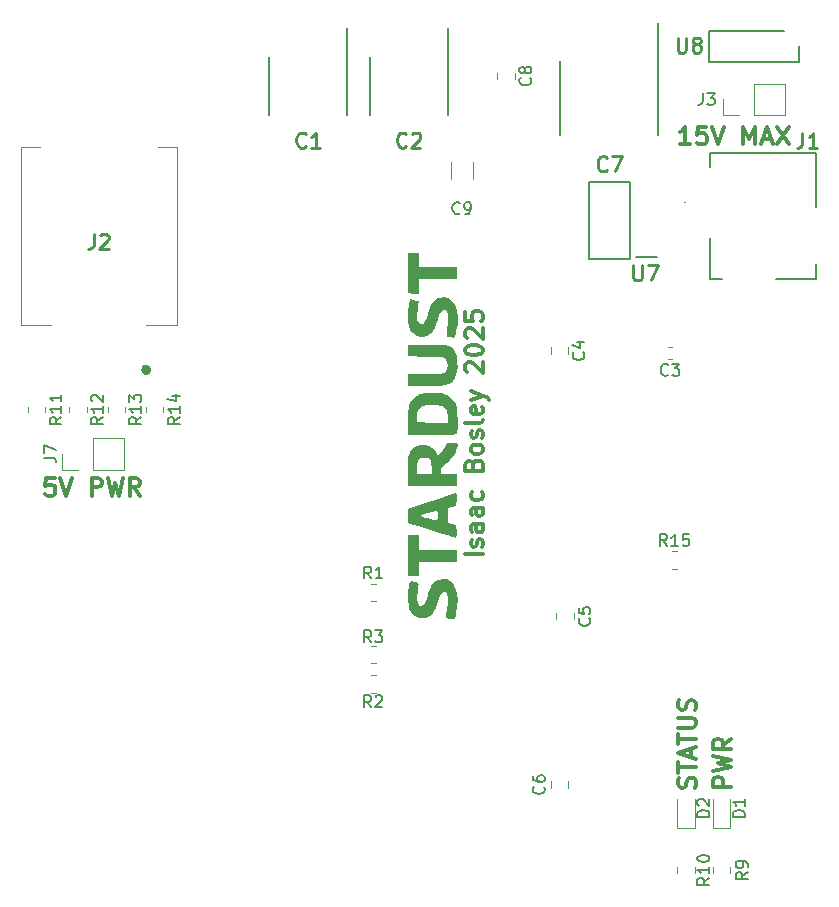
<source format=gbr>
%TF.GenerationSoftware,KiCad,Pcbnew,8.0.8*%
%TF.CreationDate,2025-02-20T12:29:39-05:00*%
%TF.ProjectId,Stardust,53746172-6475-4737-942e-6b696361645f,rev?*%
%TF.SameCoordinates,Original*%
%TF.FileFunction,Legend,Top*%
%TF.FilePolarity,Positive*%
%FSLAX46Y46*%
G04 Gerber Fmt 4.6, Leading zero omitted, Abs format (unit mm)*
G04 Created by KiCad (PCBNEW 8.0.8) date 2025-02-20 12:29:39*
%MOMM*%
%LPD*%
G01*
G04 APERTURE LIST*
%ADD10C,0.300000*%
%ADD11C,0.150000*%
%ADD12C,0.254000*%
%ADD13C,0.120000*%
%ADD14C,0.100000*%
%ADD15C,0.800000*%
%ADD16C,0.200000*%
%ADD17C,0.000000*%
G04 APERTURE END LIST*
D10*
X169773328Y-96505489D02*
X168273328Y-96505489D01*
X169701900Y-95862631D02*
X169773328Y-95719774D01*
X169773328Y-95719774D02*
X169773328Y-95434060D01*
X169773328Y-95434060D02*
X169701900Y-95291203D01*
X169701900Y-95291203D02*
X169559042Y-95219774D01*
X169559042Y-95219774D02*
X169487614Y-95219774D01*
X169487614Y-95219774D02*
X169344757Y-95291203D01*
X169344757Y-95291203D02*
X169273328Y-95434060D01*
X169273328Y-95434060D02*
X169273328Y-95648346D01*
X169273328Y-95648346D02*
X169201900Y-95791203D01*
X169201900Y-95791203D02*
X169059042Y-95862631D01*
X169059042Y-95862631D02*
X168987614Y-95862631D01*
X168987614Y-95862631D02*
X168844757Y-95791203D01*
X168844757Y-95791203D02*
X168773328Y-95648346D01*
X168773328Y-95648346D02*
X168773328Y-95434060D01*
X168773328Y-95434060D02*
X168844757Y-95291203D01*
X169773328Y-93934060D02*
X168987614Y-93934060D01*
X168987614Y-93934060D02*
X168844757Y-94005488D01*
X168844757Y-94005488D02*
X168773328Y-94148345D01*
X168773328Y-94148345D02*
X168773328Y-94434060D01*
X168773328Y-94434060D02*
X168844757Y-94576917D01*
X169701900Y-93934060D02*
X169773328Y-94076917D01*
X169773328Y-94076917D02*
X169773328Y-94434060D01*
X169773328Y-94434060D02*
X169701900Y-94576917D01*
X169701900Y-94576917D02*
X169559042Y-94648345D01*
X169559042Y-94648345D02*
X169416185Y-94648345D01*
X169416185Y-94648345D02*
X169273328Y-94576917D01*
X169273328Y-94576917D02*
X169201900Y-94434060D01*
X169201900Y-94434060D02*
X169201900Y-94076917D01*
X169201900Y-94076917D02*
X169130471Y-93934060D01*
X169773328Y-92576917D02*
X168987614Y-92576917D01*
X168987614Y-92576917D02*
X168844757Y-92648345D01*
X168844757Y-92648345D02*
X168773328Y-92791202D01*
X168773328Y-92791202D02*
X168773328Y-93076917D01*
X168773328Y-93076917D02*
X168844757Y-93219774D01*
X169701900Y-92576917D02*
X169773328Y-92719774D01*
X169773328Y-92719774D02*
X169773328Y-93076917D01*
X169773328Y-93076917D02*
X169701900Y-93219774D01*
X169701900Y-93219774D02*
X169559042Y-93291202D01*
X169559042Y-93291202D02*
X169416185Y-93291202D01*
X169416185Y-93291202D02*
X169273328Y-93219774D01*
X169273328Y-93219774D02*
X169201900Y-93076917D01*
X169201900Y-93076917D02*
X169201900Y-92719774D01*
X169201900Y-92719774D02*
X169130471Y-92576917D01*
X169701900Y-91219774D02*
X169773328Y-91362631D01*
X169773328Y-91362631D02*
X169773328Y-91648345D01*
X169773328Y-91648345D02*
X169701900Y-91791202D01*
X169701900Y-91791202D02*
X169630471Y-91862631D01*
X169630471Y-91862631D02*
X169487614Y-91934059D01*
X169487614Y-91934059D02*
X169059042Y-91934059D01*
X169059042Y-91934059D02*
X168916185Y-91862631D01*
X168916185Y-91862631D02*
X168844757Y-91791202D01*
X168844757Y-91791202D02*
X168773328Y-91648345D01*
X168773328Y-91648345D02*
X168773328Y-91362631D01*
X168773328Y-91362631D02*
X168844757Y-91219774D01*
X168987614Y-88934060D02*
X169059042Y-88719774D01*
X169059042Y-88719774D02*
X169130471Y-88648345D01*
X169130471Y-88648345D02*
X169273328Y-88576917D01*
X169273328Y-88576917D02*
X169487614Y-88576917D01*
X169487614Y-88576917D02*
X169630471Y-88648345D01*
X169630471Y-88648345D02*
X169701900Y-88719774D01*
X169701900Y-88719774D02*
X169773328Y-88862631D01*
X169773328Y-88862631D02*
X169773328Y-89434060D01*
X169773328Y-89434060D02*
X168273328Y-89434060D01*
X168273328Y-89434060D02*
X168273328Y-88934060D01*
X168273328Y-88934060D02*
X168344757Y-88791203D01*
X168344757Y-88791203D02*
X168416185Y-88719774D01*
X168416185Y-88719774D02*
X168559042Y-88648345D01*
X168559042Y-88648345D02*
X168701900Y-88648345D01*
X168701900Y-88648345D02*
X168844757Y-88719774D01*
X168844757Y-88719774D02*
X168916185Y-88791203D01*
X168916185Y-88791203D02*
X168987614Y-88934060D01*
X168987614Y-88934060D02*
X168987614Y-89434060D01*
X169773328Y-87719774D02*
X169701900Y-87862631D01*
X169701900Y-87862631D02*
X169630471Y-87934060D01*
X169630471Y-87934060D02*
X169487614Y-88005488D01*
X169487614Y-88005488D02*
X169059042Y-88005488D01*
X169059042Y-88005488D02*
X168916185Y-87934060D01*
X168916185Y-87934060D02*
X168844757Y-87862631D01*
X168844757Y-87862631D02*
X168773328Y-87719774D01*
X168773328Y-87719774D02*
X168773328Y-87505488D01*
X168773328Y-87505488D02*
X168844757Y-87362631D01*
X168844757Y-87362631D02*
X168916185Y-87291203D01*
X168916185Y-87291203D02*
X169059042Y-87219774D01*
X169059042Y-87219774D02*
X169487614Y-87219774D01*
X169487614Y-87219774D02*
X169630471Y-87291203D01*
X169630471Y-87291203D02*
X169701900Y-87362631D01*
X169701900Y-87362631D02*
X169773328Y-87505488D01*
X169773328Y-87505488D02*
X169773328Y-87719774D01*
X169701900Y-86648345D02*
X169773328Y-86505488D01*
X169773328Y-86505488D02*
X169773328Y-86219774D01*
X169773328Y-86219774D02*
X169701900Y-86076917D01*
X169701900Y-86076917D02*
X169559042Y-86005488D01*
X169559042Y-86005488D02*
X169487614Y-86005488D01*
X169487614Y-86005488D02*
X169344757Y-86076917D01*
X169344757Y-86076917D02*
X169273328Y-86219774D01*
X169273328Y-86219774D02*
X169273328Y-86434060D01*
X169273328Y-86434060D02*
X169201900Y-86576917D01*
X169201900Y-86576917D02*
X169059042Y-86648345D01*
X169059042Y-86648345D02*
X168987614Y-86648345D01*
X168987614Y-86648345D02*
X168844757Y-86576917D01*
X168844757Y-86576917D02*
X168773328Y-86434060D01*
X168773328Y-86434060D02*
X168773328Y-86219774D01*
X168773328Y-86219774D02*
X168844757Y-86076917D01*
X169773328Y-85148345D02*
X169701900Y-85291202D01*
X169701900Y-85291202D02*
X169559042Y-85362631D01*
X169559042Y-85362631D02*
X168273328Y-85362631D01*
X169701900Y-84005488D02*
X169773328Y-84148345D01*
X169773328Y-84148345D02*
X169773328Y-84434060D01*
X169773328Y-84434060D02*
X169701900Y-84576917D01*
X169701900Y-84576917D02*
X169559042Y-84648345D01*
X169559042Y-84648345D02*
X168987614Y-84648345D01*
X168987614Y-84648345D02*
X168844757Y-84576917D01*
X168844757Y-84576917D02*
X168773328Y-84434060D01*
X168773328Y-84434060D02*
X168773328Y-84148345D01*
X168773328Y-84148345D02*
X168844757Y-84005488D01*
X168844757Y-84005488D02*
X168987614Y-83934060D01*
X168987614Y-83934060D02*
X169130471Y-83934060D01*
X169130471Y-83934060D02*
X169273328Y-84648345D01*
X168773328Y-83434060D02*
X169773328Y-83076917D01*
X168773328Y-82719774D02*
X169773328Y-83076917D01*
X169773328Y-83076917D02*
X170130471Y-83219774D01*
X170130471Y-83219774D02*
X170201900Y-83291203D01*
X170201900Y-83291203D02*
X170273328Y-83434060D01*
X168416185Y-81076917D02*
X168344757Y-81005489D01*
X168344757Y-81005489D02*
X168273328Y-80862632D01*
X168273328Y-80862632D02*
X168273328Y-80505489D01*
X168273328Y-80505489D02*
X168344757Y-80362632D01*
X168344757Y-80362632D02*
X168416185Y-80291203D01*
X168416185Y-80291203D02*
X168559042Y-80219774D01*
X168559042Y-80219774D02*
X168701900Y-80219774D01*
X168701900Y-80219774D02*
X168916185Y-80291203D01*
X168916185Y-80291203D02*
X169773328Y-81148346D01*
X169773328Y-81148346D02*
X169773328Y-80219774D01*
X168273328Y-79291203D02*
X168273328Y-79148346D01*
X168273328Y-79148346D02*
X168344757Y-79005489D01*
X168344757Y-79005489D02*
X168416185Y-78934061D01*
X168416185Y-78934061D02*
X168559042Y-78862632D01*
X168559042Y-78862632D02*
X168844757Y-78791203D01*
X168844757Y-78791203D02*
X169201900Y-78791203D01*
X169201900Y-78791203D02*
X169487614Y-78862632D01*
X169487614Y-78862632D02*
X169630471Y-78934061D01*
X169630471Y-78934061D02*
X169701900Y-79005489D01*
X169701900Y-79005489D02*
X169773328Y-79148346D01*
X169773328Y-79148346D02*
X169773328Y-79291203D01*
X169773328Y-79291203D02*
X169701900Y-79434061D01*
X169701900Y-79434061D02*
X169630471Y-79505489D01*
X169630471Y-79505489D02*
X169487614Y-79576918D01*
X169487614Y-79576918D02*
X169201900Y-79648346D01*
X169201900Y-79648346D02*
X168844757Y-79648346D01*
X168844757Y-79648346D02*
X168559042Y-79576918D01*
X168559042Y-79576918D02*
X168416185Y-79505489D01*
X168416185Y-79505489D02*
X168344757Y-79434061D01*
X168344757Y-79434061D02*
X168273328Y-79291203D01*
X168416185Y-78219775D02*
X168344757Y-78148347D01*
X168344757Y-78148347D02*
X168273328Y-78005490D01*
X168273328Y-78005490D02*
X168273328Y-77648347D01*
X168273328Y-77648347D02*
X168344757Y-77505490D01*
X168344757Y-77505490D02*
X168416185Y-77434061D01*
X168416185Y-77434061D02*
X168559042Y-77362632D01*
X168559042Y-77362632D02*
X168701900Y-77362632D01*
X168701900Y-77362632D02*
X168916185Y-77434061D01*
X168916185Y-77434061D02*
X169773328Y-78291204D01*
X169773328Y-78291204D02*
X169773328Y-77362632D01*
X168273328Y-76005490D02*
X168273328Y-76719776D01*
X168273328Y-76719776D02*
X168987614Y-76791204D01*
X168987614Y-76791204D02*
X168916185Y-76719776D01*
X168916185Y-76719776D02*
X168844757Y-76576919D01*
X168844757Y-76576919D02*
X168844757Y-76219776D01*
X168844757Y-76219776D02*
X168916185Y-76076919D01*
X168916185Y-76076919D02*
X168987614Y-76005490D01*
X168987614Y-76005490D02*
X169130471Y-75934061D01*
X169130471Y-75934061D02*
X169487614Y-75934061D01*
X169487614Y-75934061D02*
X169630471Y-76005490D01*
X169630471Y-76005490D02*
X169701900Y-76076919D01*
X169701900Y-76076919D02*
X169773328Y-76219776D01*
X169773328Y-76219776D02*
X169773328Y-76576919D01*
X169773328Y-76576919D02*
X169701900Y-76719776D01*
X169701900Y-76719776D02*
X169630471Y-76791204D01*
X133518796Y-90050828D02*
X132804510Y-90050828D01*
X132804510Y-90050828D02*
X132733082Y-90765114D01*
X132733082Y-90765114D02*
X132804510Y-90693685D01*
X132804510Y-90693685D02*
X132947368Y-90622257D01*
X132947368Y-90622257D02*
X133304510Y-90622257D01*
X133304510Y-90622257D02*
X133447368Y-90693685D01*
X133447368Y-90693685D02*
X133518796Y-90765114D01*
X133518796Y-90765114D02*
X133590225Y-90907971D01*
X133590225Y-90907971D02*
X133590225Y-91265114D01*
X133590225Y-91265114D02*
X133518796Y-91407971D01*
X133518796Y-91407971D02*
X133447368Y-91479400D01*
X133447368Y-91479400D02*
X133304510Y-91550828D01*
X133304510Y-91550828D02*
X132947368Y-91550828D01*
X132947368Y-91550828D02*
X132804510Y-91479400D01*
X132804510Y-91479400D02*
X132733082Y-91407971D01*
X134018796Y-90050828D02*
X134518796Y-91550828D01*
X134518796Y-91550828D02*
X135018796Y-90050828D01*
X136661652Y-91550828D02*
X136661652Y-90050828D01*
X136661652Y-90050828D02*
X137233081Y-90050828D01*
X137233081Y-90050828D02*
X137375938Y-90122257D01*
X137375938Y-90122257D02*
X137447367Y-90193685D01*
X137447367Y-90193685D02*
X137518795Y-90336542D01*
X137518795Y-90336542D02*
X137518795Y-90550828D01*
X137518795Y-90550828D02*
X137447367Y-90693685D01*
X137447367Y-90693685D02*
X137375938Y-90765114D01*
X137375938Y-90765114D02*
X137233081Y-90836542D01*
X137233081Y-90836542D02*
X136661652Y-90836542D01*
X138018795Y-90050828D02*
X138375938Y-91550828D01*
X138375938Y-91550828D02*
X138661652Y-90479400D01*
X138661652Y-90479400D02*
X138947367Y-91550828D01*
X138947367Y-91550828D02*
X139304510Y-90050828D01*
X140733081Y-91550828D02*
X140233081Y-90836542D01*
X139875938Y-91550828D02*
X139875938Y-90050828D01*
X139875938Y-90050828D02*
X140447367Y-90050828D01*
X140447367Y-90050828D02*
X140590224Y-90122257D01*
X140590224Y-90122257D02*
X140661653Y-90193685D01*
X140661653Y-90193685D02*
X140733081Y-90336542D01*
X140733081Y-90336542D02*
X140733081Y-90550828D01*
X140733081Y-90550828D02*
X140661653Y-90693685D01*
X140661653Y-90693685D02*
X140590224Y-90765114D01*
X140590224Y-90765114D02*
X140447367Y-90836542D01*
X140447367Y-90836542D02*
X139875938Y-90836542D01*
X190800828Y-116195489D02*
X189300828Y-116195489D01*
X189300828Y-116195489D02*
X189300828Y-115624060D01*
X189300828Y-115624060D02*
X189372257Y-115481203D01*
X189372257Y-115481203D02*
X189443685Y-115409774D01*
X189443685Y-115409774D02*
X189586542Y-115338346D01*
X189586542Y-115338346D02*
X189800828Y-115338346D01*
X189800828Y-115338346D02*
X189943685Y-115409774D01*
X189943685Y-115409774D02*
X190015114Y-115481203D01*
X190015114Y-115481203D02*
X190086542Y-115624060D01*
X190086542Y-115624060D02*
X190086542Y-116195489D01*
X189300828Y-114838346D02*
X190800828Y-114481203D01*
X190800828Y-114481203D02*
X189729400Y-114195489D01*
X189729400Y-114195489D02*
X190800828Y-113909774D01*
X190800828Y-113909774D02*
X189300828Y-113552632D01*
X190800828Y-112124060D02*
X190086542Y-112624060D01*
X190800828Y-112981203D02*
X189300828Y-112981203D01*
X189300828Y-112981203D02*
X189300828Y-112409774D01*
X189300828Y-112409774D02*
X189372257Y-112266917D01*
X189372257Y-112266917D02*
X189443685Y-112195488D01*
X189443685Y-112195488D02*
X189586542Y-112124060D01*
X189586542Y-112124060D02*
X189800828Y-112124060D01*
X189800828Y-112124060D02*
X189943685Y-112195488D01*
X189943685Y-112195488D02*
X190015114Y-112266917D01*
X190015114Y-112266917D02*
X190086542Y-112409774D01*
X190086542Y-112409774D02*
X190086542Y-112981203D01*
X187729400Y-116266917D02*
X187800828Y-116052632D01*
X187800828Y-116052632D02*
X187800828Y-115695489D01*
X187800828Y-115695489D02*
X187729400Y-115552632D01*
X187729400Y-115552632D02*
X187657971Y-115481203D01*
X187657971Y-115481203D02*
X187515114Y-115409774D01*
X187515114Y-115409774D02*
X187372257Y-115409774D01*
X187372257Y-115409774D02*
X187229400Y-115481203D01*
X187229400Y-115481203D02*
X187157971Y-115552632D01*
X187157971Y-115552632D02*
X187086542Y-115695489D01*
X187086542Y-115695489D02*
X187015114Y-115981203D01*
X187015114Y-115981203D02*
X186943685Y-116124060D01*
X186943685Y-116124060D02*
X186872257Y-116195489D01*
X186872257Y-116195489D02*
X186729400Y-116266917D01*
X186729400Y-116266917D02*
X186586542Y-116266917D01*
X186586542Y-116266917D02*
X186443685Y-116195489D01*
X186443685Y-116195489D02*
X186372257Y-116124060D01*
X186372257Y-116124060D02*
X186300828Y-115981203D01*
X186300828Y-115981203D02*
X186300828Y-115624060D01*
X186300828Y-115624060D02*
X186372257Y-115409774D01*
X186300828Y-114981203D02*
X186300828Y-114124061D01*
X187800828Y-114552632D02*
X186300828Y-114552632D01*
X187372257Y-113695489D02*
X187372257Y-112981204D01*
X187800828Y-113838346D02*
X186300828Y-113338346D01*
X186300828Y-113338346D02*
X187800828Y-112838346D01*
X186300828Y-112552632D02*
X186300828Y-111695490D01*
X187800828Y-112124061D02*
X186300828Y-112124061D01*
X186300828Y-111195490D02*
X187515114Y-111195490D01*
X187515114Y-111195490D02*
X187657971Y-111124061D01*
X187657971Y-111124061D02*
X187729400Y-111052633D01*
X187729400Y-111052633D02*
X187800828Y-110909775D01*
X187800828Y-110909775D02*
X187800828Y-110624061D01*
X187800828Y-110624061D02*
X187729400Y-110481204D01*
X187729400Y-110481204D02*
X187657971Y-110409775D01*
X187657971Y-110409775D02*
X187515114Y-110338347D01*
X187515114Y-110338347D02*
X186300828Y-110338347D01*
X187729400Y-109695489D02*
X187800828Y-109481204D01*
X187800828Y-109481204D02*
X187800828Y-109124061D01*
X187800828Y-109124061D02*
X187729400Y-108981204D01*
X187729400Y-108981204D02*
X187657971Y-108909775D01*
X187657971Y-108909775D02*
X187515114Y-108838346D01*
X187515114Y-108838346D02*
X187372257Y-108838346D01*
X187372257Y-108838346D02*
X187229400Y-108909775D01*
X187229400Y-108909775D02*
X187157971Y-108981204D01*
X187157971Y-108981204D02*
X187086542Y-109124061D01*
X187086542Y-109124061D02*
X187015114Y-109409775D01*
X187015114Y-109409775D02*
X186943685Y-109552632D01*
X186943685Y-109552632D02*
X186872257Y-109624061D01*
X186872257Y-109624061D02*
X186729400Y-109695489D01*
X186729400Y-109695489D02*
X186586542Y-109695489D01*
X186586542Y-109695489D02*
X186443685Y-109624061D01*
X186443685Y-109624061D02*
X186372257Y-109552632D01*
X186372257Y-109552632D02*
X186300828Y-109409775D01*
X186300828Y-109409775D02*
X186300828Y-109052632D01*
X186300828Y-109052632D02*
X186372257Y-108838346D01*
X187340225Y-61800828D02*
X186483082Y-61800828D01*
X186911653Y-61800828D02*
X186911653Y-60300828D01*
X186911653Y-60300828D02*
X186768796Y-60515114D01*
X186768796Y-60515114D02*
X186625939Y-60657971D01*
X186625939Y-60657971D02*
X186483082Y-60729400D01*
X188697367Y-60300828D02*
X187983081Y-60300828D01*
X187983081Y-60300828D02*
X187911653Y-61015114D01*
X187911653Y-61015114D02*
X187983081Y-60943685D01*
X187983081Y-60943685D02*
X188125939Y-60872257D01*
X188125939Y-60872257D02*
X188483081Y-60872257D01*
X188483081Y-60872257D02*
X188625939Y-60943685D01*
X188625939Y-60943685D02*
X188697367Y-61015114D01*
X188697367Y-61015114D02*
X188768796Y-61157971D01*
X188768796Y-61157971D02*
X188768796Y-61515114D01*
X188768796Y-61515114D02*
X188697367Y-61657971D01*
X188697367Y-61657971D02*
X188625939Y-61729400D01*
X188625939Y-61729400D02*
X188483081Y-61800828D01*
X188483081Y-61800828D02*
X188125939Y-61800828D01*
X188125939Y-61800828D02*
X187983081Y-61729400D01*
X187983081Y-61729400D02*
X187911653Y-61657971D01*
X189197367Y-60300828D02*
X189697367Y-61800828D01*
X189697367Y-61800828D02*
X190197367Y-60300828D01*
X191840223Y-61800828D02*
X191840223Y-60300828D01*
X191840223Y-60300828D02*
X192340223Y-61372257D01*
X192340223Y-61372257D02*
X192840223Y-60300828D01*
X192840223Y-60300828D02*
X192840223Y-61800828D01*
X193483081Y-61372257D02*
X194197367Y-61372257D01*
X193340224Y-61800828D02*
X193840224Y-60300828D01*
X193840224Y-60300828D02*
X194340224Y-61800828D01*
X194697366Y-60300828D02*
X195697366Y-61800828D01*
X195697366Y-60300828D02*
X194697366Y-61800828D01*
D11*
X173789580Y-56166666D02*
X173837200Y-56214285D01*
X173837200Y-56214285D02*
X173884819Y-56357142D01*
X173884819Y-56357142D02*
X173884819Y-56452380D01*
X173884819Y-56452380D02*
X173837200Y-56595237D01*
X173837200Y-56595237D02*
X173741961Y-56690475D01*
X173741961Y-56690475D02*
X173646723Y-56738094D01*
X173646723Y-56738094D02*
X173456247Y-56785713D01*
X173456247Y-56785713D02*
X173313390Y-56785713D01*
X173313390Y-56785713D02*
X173122914Y-56738094D01*
X173122914Y-56738094D02*
X173027676Y-56690475D01*
X173027676Y-56690475D02*
X172932438Y-56595237D01*
X172932438Y-56595237D02*
X172884819Y-56452380D01*
X172884819Y-56452380D02*
X172884819Y-56357142D01*
X172884819Y-56357142D02*
X172932438Y-56214285D01*
X172932438Y-56214285D02*
X172980057Y-56166666D01*
X173313390Y-55595237D02*
X173265771Y-55690475D01*
X173265771Y-55690475D02*
X173218152Y-55738094D01*
X173218152Y-55738094D02*
X173122914Y-55785713D01*
X173122914Y-55785713D02*
X173075295Y-55785713D01*
X173075295Y-55785713D02*
X172980057Y-55738094D01*
X172980057Y-55738094D02*
X172932438Y-55690475D01*
X172932438Y-55690475D02*
X172884819Y-55595237D01*
X172884819Y-55595237D02*
X172884819Y-55404761D01*
X172884819Y-55404761D02*
X172932438Y-55309523D01*
X172932438Y-55309523D02*
X172980057Y-55261904D01*
X172980057Y-55261904D02*
X173075295Y-55214285D01*
X173075295Y-55214285D02*
X173122914Y-55214285D01*
X173122914Y-55214285D02*
X173218152Y-55261904D01*
X173218152Y-55261904D02*
X173265771Y-55309523D01*
X173265771Y-55309523D02*
X173313390Y-55404761D01*
X173313390Y-55404761D02*
X173313390Y-55595237D01*
X173313390Y-55595237D02*
X173361009Y-55690475D01*
X173361009Y-55690475D02*
X173408628Y-55738094D01*
X173408628Y-55738094D02*
X173503866Y-55785713D01*
X173503866Y-55785713D02*
X173694342Y-55785713D01*
X173694342Y-55785713D02*
X173789580Y-55738094D01*
X173789580Y-55738094D02*
X173837200Y-55690475D01*
X173837200Y-55690475D02*
X173884819Y-55595237D01*
X173884819Y-55595237D02*
X173884819Y-55404761D01*
X173884819Y-55404761D02*
X173837200Y-55309523D01*
X173837200Y-55309523D02*
X173789580Y-55261904D01*
X173789580Y-55261904D02*
X173694342Y-55214285D01*
X173694342Y-55214285D02*
X173503866Y-55214285D01*
X173503866Y-55214285D02*
X173408628Y-55261904D01*
X173408628Y-55261904D02*
X173361009Y-55309523D01*
X173361009Y-55309523D02*
X173313390Y-55404761D01*
X174929580Y-116166666D02*
X174977200Y-116214285D01*
X174977200Y-116214285D02*
X175024819Y-116357142D01*
X175024819Y-116357142D02*
X175024819Y-116452380D01*
X175024819Y-116452380D02*
X174977200Y-116595237D01*
X174977200Y-116595237D02*
X174881961Y-116690475D01*
X174881961Y-116690475D02*
X174786723Y-116738094D01*
X174786723Y-116738094D02*
X174596247Y-116785713D01*
X174596247Y-116785713D02*
X174453390Y-116785713D01*
X174453390Y-116785713D02*
X174262914Y-116738094D01*
X174262914Y-116738094D02*
X174167676Y-116690475D01*
X174167676Y-116690475D02*
X174072438Y-116595237D01*
X174072438Y-116595237D02*
X174024819Y-116452380D01*
X174024819Y-116452380D02*
X174024819Y-116357142D01*
X174024819Y-116357142D02*
X174072438Y-116214285D01*
X174072438Y-116214285D02*
X174120057Y-116166666D01*
X174024819Y-115309523D02*
X174024819Y-115499999D01*
X174024819Y-115499999D02*
X174072438Y-115595237D01*
X174072438Y-115595237D02*
X174120057Y-115642856D01*
X174120057Y-115642856D02*
X174262914Y-115738094D01*
X174262914Y-115738094D02*
X174453390Y-115785713D01*
X174453390Y-115785713D02*
X174834342Y-115785713D01*
X174834342Y-115785713D02*
X174929580Y-115738094D01*
X174929580Y-115738094D02*
X174977200Y-115690475D01*
X174977200Y-115690475D02*
X175024819Y-115595237D01*
X175024819Y-115595237D02*
X175024819Y-115404761D01*
X175024819Y-115404761D02*
X174977200Y-115309523D01*
X174977200Y-115309523D02*
X174929580Y-115261904D01*
X174929580Y-115261904D02*
X174834342Y-115214285D01*
X174834342Y-115214285D02*
X174596247Y-115214285D01*
X174596247Y-115214285D02*
X174501009Y-115261904D01*
X174501009Y-115261904D02*
X174453390Y-115309523D01*
X174453390Y-115309523D02*
X174405771Y-115404761D01*
X174405771Y-115404761D02*
X174405771Y-115595237D01*
X174405771Y-115595237D02*
X174453390Y-115690475D01*
X174453390Y-115690475D02*
X174501009Y-115738094D01*
X174501009Y-115738094D02*
X174596247Y-115785713D01*
X178789580Y-101916666D02*
X178837200Y-101964285D01*
X178837200Y-101964285D02*
X178884819Y-102107142D01*
X178884819Y-102107142D02*
X178884819Y-102202380D01*
X178884819Y-102202380D02*
X178837200Y-102345237D01*
X178837200Y-102345237D02*
X178741961Y-102440475D01*
X178741961Y-102440475D02*
X178646723Y-102488094D01*
X178646723Y-102488094D02*
X178456247Y-102535713D01*
X178456247Y-102535713D02*
X178313390Y-102535713D01*
X178313390Y-102535713D02*
X178122914Y-102488094D01*
X178122914Y-102488094D02*
X178027676Y-102440475D01*
X178027676Y-102440475D02*
X177932438Y-102345237D01*
X177932438Y-102345237D02*
X177884819Y-102202380D01*
X177884819Y-102202380D02*
X177884819Y-102107142D01*
X177884819Y-102107142D02*
X177932438Y-101964285D01*
X177932438Y-101964285D02*
X177980057Y-101916666D01*
X177884819Y-101011904D02*
X177884819Y-101488094D01*
X177884819Y-101488094D02*
X178361009Y-101535713D01*
X178361009Y-101535713D02*
X178313390Y-101488094D01*
X178313390Y-101488094D02*
X178265771Y-101392856D01*
X178265771Y-101392856D02*
X178265771Y-101154761D01*
X178265771Y-101154761D02*
X178313390Y-101059523D01*
X178313390Y-101059523D02*
X178361009Y-101011904D01*
X178361009Y-101011904D02*
X178456247Y-100964285D01*
X178456247Y-100964285D02*
X178694342Y-100964285D01*
X178694342Y-100964285D02*
X178789580Y-101011904D01*
X178789580Y-101011904D02*
X178837200Y-101059523D01*
X178837200Y-101059523D02*
X178884819Y-101154761D01*
X178884819Y-101154761D02*
X178884819Y-101392856D01*
X178884819Y-101392856D02*
X178837200Y-101488094D01*
X178837200Y-101488094D02*
X178789580Y-101535713D01*
X178289580Y-79416666D02*
X178337200Y-79464285D01*
X178337200Y-79464285D02*
X178384819Y-79607142D01*
X178384819Y-79607142D02*
X178384819Y-79702380D01*
X178384819Y-79702380D02*
X178337200Y-79845237D01*
X178337200Y-79845237D02*
X178241961Y-79940475D01*
X178241961Y-79940475D02*
X178146723Y-79988094D01*
X178146723Y-79988094D02*
X177956247Y-80035713D01*
X177956247Y-80035713D02*
X177813390Y-80035713D01*
X177813390Y-80035713D02*
X177622914Y-79988094D01*
X177622914Y-79988094D02*
X177527676Y-79940475D01*
X177527676Y-79940475D02*
X177432438Y-79845237D01*
X177432438Y-79845237D02*
X177384819Y-79702380D01*
X177384819Y-79702380D02*
X177384819Y-79607142D01*
X177384819Y-79607142D02*
X177432438Y-79464285D01*
X177432438Y-79464285D02*
X177480057Y-79416666D01*
X177718152Y-78559523D02*
X178384819Y-78559523D01*
X177337200Y-78797618D02*
X178051485Y-79035713D01*
X178051485Y-79035713D02*
X178051485Y-78416666D01*
X160333333Y-98554819D02*
X160000000Y-98078628D01*
X159761905Y-98554819D02*
X159761905Y-97554819D01*
X159761905Y-97554819D02*
X160142857Y-97554819D01*
X160142857Y-97554819D02*
X160238095Y-97602438D01*
X160238095Y-97602438D02*
X160285714Y-97650057D01*
X160285714Y-97650057D02*
X160333333Y-97745295D01*
X160333333Y-97745295D02*
X160333333Y-97888152D01*
X160333333Y-97888152D02*
X160285714Y-97983390D01*
X160285714Y-97983390D02*
X160238095Y-98031009D01*
X160238095Y-98031009D02*
X160142857Y-98078628D01*
X160142857Y-98078628D02*
X159761905Y-98078628D01*
X161285714Y-98554819D02*
X160714286Y-98554819D01*
X161000000Y-98554819D02*
X161000000Y-97554819D01*
X161000000Y-97554819D02*
X160904762Y-97697676D01*
X160904762Y-97697676D02*
X160809524Y-97792914D01*
X160809524Y-97792914D02*
X160714286Y-97840533D01*
X188954819Y-118738094D02*
X187954819Y-118738094D01*
X187954819Y-118738094D02*
X187954819Y-118499999D01*
X187954819Y-118499999D02*
X188002438Y-118357142D01*
X188002438Y-118357142D02*
X188097676Y-118261904D01*
X188097676Y-118261904D02*
X188192914Y-118214285D01*
X188192914Y-118214285D02*
X188383390Y-118166666D01*
X188383390Y-118166666D02*
X188526247Y-118166666D01*
X188526247Y-118166666D02*
X188716723Y-118214285D01*
X188716723Y-118214285D02*
X188811961Y-118261904D01*
X188811961Y-118261904D02*
X188907200Y-118357142D01*
X188907200Y-118357142D02*
X188954819Y-118499999D01*
X188954819Y-118499999D02*
X188954819Y-118738094D01*
X188050057Y-117785713D02*
X188002438Y-117738094D01*
X188002438Y-117738094D02*
X187954819Y-117642856D01*
X187954819Y-117642856D02*
X187954819Y-117404761D01*
X187954819Y-117404761D02*
X188002438Y-117309523D01*
X188002438Y-117309523D02*
X188050057Y-117261904D01*
X188050057Y-117261904D02*
X188145295Y-117214285D01*
X188145295Y-117214285D02*
X188240533Y-117214285D01*
X188240533Y-117214285D02*
X188383390Y-117261904D01*
X188383390Y-117261904D02*
X188954819Y-117833332D01*
X188954819Y-117833332D02*
X188954819Y-117214285D01*
X132624819Y-88333333D02*
X133339104Y-88333333D01*
X133339104Y-88333333D02*
X133481961Y-88380952D01*
X133481961Y-88380952D02*
X133577200Y-88476190D01*
X133577200Y-88476190D02*
X133624819Y-88619047D01*
X133624819Y-88619047D02*
X133624819Y-88714285D01*
X132624819Y-87952380D02*
X132624819Y-87285714D01*
X132624819Y-87285714D02*
X133624819Y-87714285D01*
D12*
X136826667Y-69392318D02*
X136826667Y-70299461D01*
X136826667Y-70299461D02*
X136766190Y-70480889D01*
X136766190Y-70480889D02*
X136645238Y-70601842D01*
X136645238Y-70601842D02*
X136463809Y-70662318D01*
X136463809Y-70662318D02*
X136342857Y-70662318D01*
X137370952Y-69513270D02*
X137431428Y-69452794D01*
X137431428Y-69452794D02*
X137552381Y-69392318D01*
X137552381Y-69392318D02*
X137854762Y-69392318D01*
X137854762Y-69392318D02*
X137975714Y-69452794D01*
X137975714Y-69452794D02*
X138036190Y-69513270D01*
X138036190Y-69513270D02*
X138096667Y-69634222D01*
X138096667Y-69634222D02*
X138096667Y-69755175D01*
X138096667Y-69755175D02*
X138036190Y-69936603D01*
X138036190Y-69936603D02*
X137310476Y-70662318D01*
X137310476Y-70662318D02*
X138096667Y-70662318D01*
D11*
X144104819Y-84892857D02*
X143628628Y-85226190D01*
X144104819Y-85464285D02*
X143104819Y-85464285D01*
X143104819Y-85464285D02*
X143104819Y-85083333D01*
X143104819Y-85083333D02*
X143152438Y-84988095D01*
X143152438Y-84988095D02*
X143200057Y-84940476D01*
X143200057Y-84940476D02*
X143295295Y-84892857D01*
X143295295Y-84892857D02*
X143438152Y-84892857D01*
X143438152Y-84892857D02*
X143533390Y-84940476D01*
X143533390Y-84940476D02*
X143581009Y-84988095D01*
X143581009Y-84988095D02*
X143628628Y-85083333D01*
X143628628Y-85083333D02*
X143628628Y-85464285D01*
X144104819Y-83940476D02*
X144104819Y-84511904D01*
X144104819Y-84226190D02*
X143104819Y-84226190D01*
X143104819Y-84226190D02*
X143247676Y-84321428D01*
X143247676Y-84321428D02*
X143342914Y-84416666D01*
X143342914Y-84416666D02*
X143390533Y-84511904D01*
X143438152Y-83083333D02*
X144104819Y-83083333D01*
X143057200Y-83321428D02*
X143771485Y-83559523D01*
X143771485Y-83559523D02*
X143771485Y-82940476D01*
D12*
X186267380Y-52754318D02*
X186267380Y-53782413D01*
X186267380Y-53782413D02*
X186327857Y-53903365D01*
X186327857Y-53903365D02*
X186388333Y-53963842D01*
X186388333Y-53963842D02*
X186509285Y-54024318D01*
X186509285Y-54024318D02*
X186751190Y-54024318D01*
X186751190Y-54024318D02*
X186872142Y-53963842D01*
X186872142Y-53963842D02*
X186932619Y-53903365D01*
X186932619Y-53903365D02*
X186993095Y-53782413D01*
X186993095Y-53782413D02*
X186993095Y-52754318D01*
X187779285Y-53298603D02*
X187658333Y-53238127D01*
X187658333Y-53238127D02*
X187597856Y-53177651D01*
X187597856Y-53177651D02*
X187537380Y-53056699D01*
X187537380Y-53056699D02*
X187537380Y-52996222D01*
X187537380Y-52996222D02*
X187597856Y-52875270D01*
X187597856Y-52875270D02*
X187658333Y-52814794D01*
X187658333Y-52814794D02*
X187779285Y-52754318D01*
X187779285Y-52754318D02*
X188021190Y-52754318D01*
X188021190Y-52754318D02*
X188142142Y-52814794D01*
X188142142Y-52814794D02*
X188202618Y-52875270D01*
X188202618Y-52875270D02*
X188263095Y-52996222D01*
X188263095Y-52996222D02*
X188263095Y-53056699D01*
X188263095Y-53056699D02*
X188202618Y-53177651D01*
X188202618Y-53177651D02*
X188142142Y-53238127D01*
X188142142Y-53238127D02*
X188021190Y-53298603D01*
X188021190Y-53298603D02*
X187779285Y-53298603D01*
X187779285Y-53298603D02*
X187658333Y-53359080D01*
X187658333Y-53359080D02*
X187597856Y-53419556D01*
X187597856Y-53419556D02*
X187537380Y-53540508D01*
X187537380Y-53540508D02*
X187537380Y-53782413D01*
X187537380Y-53782413D02*
X187597856Y-53903365D01*
X187597856Y-53903365D02*
X187658333Y-53963842D01*
X187658333Y-53963842D02*
X187779285Y-54024318D01*
X187779285Y-54024318D02*
X188021190Y-54024318D01*
X188021190Y-54024318D02*
X188142142Y-53963842D01*
X188142142Y-53963842D02*
X188202618Y-53903365D01*
X188202618Y-53903365D02*
X188263095Y-53782413D01*
X188263095Y-53782413D02*
X188263095Y-53540508D01*
X188263095Y-53540508D02*
X188202618Y-53419556D01*
X188202618Y-53419556D02*
X188142142Y-53359080D01*
X188142142Y-53359080D02*
X188021190Y-53298603D01*
X180288333Y-63953365D02*
X180227857Y-64013842D01*
X180227857Y-64013842D02*
X180046428Y-64074318D01*
X180046428Y-64074318D02*
X179925476Y-64074318D01*
X179925476Y-64074318D02*
X179744047Y-64013842D01*
X179744047Y-64013842D02*
X179623095Y-63892889D01*
X179623095Y-63892889D02*
X179562618Y-63771937D01*
X179562618Y-63771937D02*
X179502142Y-63530032D01*
X179502142Y-63530032D02*
X179502142Y-63348603D01*
X179502142Y-63348603D02*
X179562618Y-63106699D01*
X179562618Y-63106699D02*
X179623095Y-62985746D01*
X179623095Y-62985746D02*
X179744047Y-62864794D01*
X179744047Y-62864794D02*
X179925476Y-62804318D01*
X179925476Y-62804318D02*
X180046428Y-62804318D01*
X180046428Y-62804318D02*
X180227857Y-62864794D01*
X180227857Y-62864794D02*
X180288333Y-62925270D01*
X180711666Y-62804318D02*
X181558333Y-62804318D01*
X181558333Y-62804318D02*
X181014047Y-64074318D01*
X182532380Y-72054318D02*
X182532380Y-73082413D01*
X182532380Y-73082413D02*
X182592857Y-73203365D01*
X182592857Y-73203365D02*
X182653333Y-73263842D01*
X182653333Y-73263842D02*
X182774285Y-73324318D01*
X182774285Y-73324318D02*
X183016190Y-73324318D01*
X183016190Y-73324318D02*
X183137142Y-73263842D01*
X183137142Y-73263842D02*
X183197619Y-73203365D01*
X183197619Y-73203365D02*
X183258095Y-73082413D01*
X183258095Y-73082413D02*
X183258095Y-72054318D01*
X183741904Y-72054318D02*
X184588571Y-72054318D01*
X184588571Y-72054318D02*
X184044285Y-73324318D01*
X163288333Y-61953365D02*
X163227857Y-62013842D01*
X163227857Y-62013842D02*
X163046428Y-62074318D01*
X163046428Y-62074318D02*
X162925476Y-62074318D01*
X162925476Y-62074318D02*
X162744047Y-62013842D01*
X162744047Y-62013842D02*
X162623095Y-61892889D01*
X162623095Y-61892889D02*
X162562618Y-61771937D01*
X162562618Y-61771937D02*
X162502142Y-61530032D01*
X162502142Y-61530032D02*
X162502142Y-61348603D01*
X162502142Y-61348603D02*
X162562618Y-61106699D01*
X162562618Y-61106699D02*
X162623095Y-60985746D01*
X162623095Y-60985746D02*
X162744047Y-60864794D01*
X162744047Y-60864794D02*
X162925476Y-60804318D01*
X162925476Y-60804318D02*
X163046428Y-60804318D01*
X163046428Y-60804318D02*
X163227857Y-60864794D01*
X163227857Y-60864794D02*
X163288333Y-60925270D01*
X163772142Y-60925270D02*
X163832618Y-60864794D01*
X163832618Y-60864794D02*
X163953571Y-60804318D01*
X163953571Y-60804318D02*
X164255952Y-60804318D01*
X164255952Y-60804318D02*
X164376904Y-60864794D01*
X164376904Y-60864794D02*
X164437380Y-60925270D01*
X164437380Y-60925270D02*
X164497857Y-61046222D01*
X164497857Y-61046222D02*
X164497857Y-61167175D01*
X164497857Y-61167175D02*
X164437380Y-61348603D01*
X164437380Y-61348603D02*
X163711666Y-62074318D01*
X163711666Y-62074318D02*
X164497857Y-62074318D01*
X154788333Y-61953365D02*
X154727857Y-62013842D01*
X154727857Y-62013842D02*
X154546428Y-62074318D01*
X154546428Y-62074318D02*
X154425476Y-62074318D01*
X154425476Y-62074318D02*
X154244047Y-62013842D01*
X154244047Y-62013842D02*
X154123095Y-61892889D01*
X154123095Y-61892889D02*
X154062618Y-61771937D01*
X154062618Y-61771937D02*
X154002142Y-61530032D01*
X154002142Y-61530032D02*
X154002142Y-61348603D01*
X154002142Y-61348603D02*
X154062618Y-61106699D01*
X154062618Y-61106699D02*
X154123095Y-60985746D01*
X154123095Y-60985746D02*
X154244047Y-60864794D01*
X154244047Y-60864794D02*
X154425476Y-60804318D01*
X154425476Y-60804318D02*
X154546428Y-60804318D01*
X154546428Y-60804318D02*
X154727857Y-60864794D01*
X154727857Y-60864794D02*
X154788333Y-60925270D01*
X155997857Y-62074318D02*
X155272142Y-62074318D01*
X155634999Y-62074318D02*
X155634999Y-60804318D01*
X155634999Y-60804318D02*
X155514047Y-60985746D01*
X155514047Y-60985746D02*
X155393095Y-61106699D01*
X155393095Y-61106699D02*
X155272142Y-61167175D01*
D11*
X185357142Y-95804819D02*
X185023809Y-95328628D01*
X184785714Y-95804819D02*
X184785714Y-94804819D01*
X184785714Y-94804819D02*
X185166666Y-94804819D01*
X185166666Y-94804819D02*
X185261904Y-94852438D01*
X185261904Y-94852438D02*
X185309523Y-94900057D01*
X185309523Y-94900057D02*
X185357142Y-94995295D01*
X185357142Y-94995295D02*
X185357142Y-95138152D01*
X185357142Y-95138152D02*
X185309523Y-95233390D01*
X185309523Y-95233390D02*
X185261904Y-95281009D01*
X185261904Y-95281009D02*
X185166666Y-95328628D01*
X185166666Y-95328628D02*
X184785714Y-95328628D01*
X186309523Y-95804819D02*
X185738095Y-95804819D01*
X186023809Y-95804819D02*
X186023809Y-94804819D01*
X186023809Y-94804819D02*
X185928571Y-94947676D01*
X185928571Y-94947676D02*
X185833333Y-95042914D01*
X185833333Y-95042914D02*
X185738095Y-95090533D01*
X187214285Y-94804819D02*
X186738095Y-94804819D01*
X186738095Y-94804819D02*
X186690476Y-95281009D01*
X186690476Y-95281009D02*
X186738095Y-95233390D01*
X186738095Y-95233390D02*
X186833333Y-95185771D01*
X186833333Y-95185771D02*
X187071428Y-95185771D01*
X187071428Y-95185771D02*
X187166666Y-95233390D01*
X187166666Y-95233390D02*
X187214285Y-95281009D01*
X187214285Y-95281009D02*
X187261904Y-95376247D01*
X187261904Y-95376247D02*
X187261904Y-95614342D01*
X187261904Y-95614342D02*
X187214285Y-95709580D01*
X187214285Y-95709580D02*
X187166666Y-95757200D01*
X187166666Y-95757200D02*
X187071428Y-95804819D01*
X187071428Y-95804819D02*
X186833333Y-95804819D01*
X186833333Y-95804819D02*
X186738095Y-95757200D01*
X186738095Y-95757200D02*
X186690476Y-95709580D01*
X191954819Y-118738094D02*
X190954819Y-118738094D01*
X190954819Y-118738094D02*
X190954819Y-118499999D01*
X190954819Y-118499999D02*
X191002438Y-118357142D01*
X191002438Y-118357142D02*
X191097676Y-118261904D01*
X191097676Y-118261904D02*
X191192914Y-118214285D01*
X191192914Y-118214285D02*
X191383390Y-118166666D01*
X191383390Y-118166666D02*
X191526247Y-118166666D01*
X191526247Y-118166666D02*
X191716723Y-118214285D01*
X191716723Y-118214285D02*
X191811961Y-118261904D01*
X191811961Y-118261904D02*
X191907200Y-118357142D01*
X191907200Y-118357142D02*
X191954819Y-118499999D01*
X191954819Y-118499999D02*
X191954819Y-118738094D01*
X191954819Y-117214285D02*
X191954819Y-117785713D01*
X191954819Y-117499999D02*
X190954819Y-117499999D01*
X190954819Y-117499999D02*
X191097676Y-117595237D01*
X191097676Y-117595237D02*
X191192914Y-117690475D01*
X191192914Y-117690475D02*
X191240533Y-117785713D01*
X160333333Y-103954819D02*
X160000000Y-103478628D01*
X159761905Y-103954819D02*
X159761905Y-102954819D01*
X159761905Y-102954819D02*
X160142857Y-102954819D01*
X160142857Y-102954819D02*
X160238095Y-103002438D01*
X160238095Y-103002438D02*
X160285714Y-103050057D01*
X160285714Y-103050057D02*
X160333333Y-103145295D01*
X160333333Y-103145295D02*
X160333333Y-103288152D01*
X160333333Y-103288152D02*
X160285714Y-103383390D01*
X160285714Y-103383390D02*
X160238095Y-103431009D01*
X160238095Y-103431009D02*
X160142857Y-103478628D01*
X160142857Y-103478628D02*
X159761905Y-103478628D01*
X160666667Y-102954819D02*
X161285714Y-102954819D01*
X161285714Y-102954819D02*
X160952381Y-103335771D01*
X160952381Y-103335771D02*
X161095238Y-103335771D01*
X161095238Y-103335771D02*
X161190476Y-103383390D01*
X161190476Y-103383390D02*
X161238095Y-103431009D01*
X161238095Y-103431009D02*
X161285714Y-103526247D01*
X161285714Y-103526247D02*
X161285714Y-103764342D01*
X161285714Y-103764342D02*
X161238095Y-103859580D01*
X161238095Y-103859580D02*
X161190476Y-103907200D01*
X161190476Y-103907200D02*
X161095238Y-103954819D01*
X161095238Y-103954819D02*
X160809524Y-103954819D01*
X160809524Y-103954819D02*
X160714286Y-103907200D01*
X160714286Y-103907200D02*
X160666667Y-103859580D01*
X188401666Y-57454819D02*
X188401666Y-58169104D01*
X188401666Y-58169104D02*
X188354047Y-58311961D01*
X188354047Y-58311961D02*
X188258809Y-58407200D01*
X188258809Y-58407200D02*
X188115952Y-58454819D01*
X188115952Y-58454819D02*
X188020714Y-58454819D01*
X188782619Y-57454819D02*
X189401666Y-57454819D01*
X189401666Y-57454819D02*
X189068333Y-57835771D01*
X189068333Y-57835771D02*
X189211190Y-57835771D01*
X189211190Y-57835771D02*
X189306428Y-57883390D01*
X189306428Y-57883390D02*
X189354047Y-57931009D01*
X189354047Y-57931009D02*
X189401666Y-58026247D01*
X189401666Y-58026247D02*
X189401666Y-58264342D01*
X189401666Y-58264342D02*
X189354047Y-58359580D01*
X189354047Y-58359580D02*
X189306428Y-58407200D01*
X189306428Y-58407200D02*
X189211190Y-58454819D01*
X189211190Y-58454819D02*
X188925476Y-58454819D01*
X188925476Y-58454819D02*
X188830238Y-58407200D01*
X188830238Y-58407200D02*
X188782619Y-58359580D01*
X185470833Y-81289580D02*
X185423214Y-81337200D01*
X185423214Y-81337200D02*
X185280357Y-81384819D01*
X185280357Y-81384819D02*
X185185119Y-81384819D01*
X185185119Y-81384819D02*
X185042262Y-81337200D01*
X185042262Y-81337200D02*
X184947024Y-81241961D01*
X184947024Y-81241961D02*
X184899405Y-81146723D01*
X184899405Y-81146723D02*
X184851786Y-80956247D01*
X184851786Y-80956247D02*
X184851786Y-80813390D01*
X184851786Y-80813390D02*
X184899405Y-80622914D01*
X184899405Y-80622914D02*
X184947024Y-80527676D01*
X184947024Y-80527676D02*
X185042262Y-80432438D01*
X185042262Y-80432438D02*
X185185119Y-80384819D01*
X185185119Y-80384819D02*
X185280357Y-80384819D01*
X185280357Y-80384819D02*
X185423214Y-80432438D01*
X185423214Y-80432438D02*
X185470833Y-80480057D01*
X185804167Y-80384819D02*
X186423214Y-80384819D01*
X186423214Y-80384819D02*
X186089881Y-80765771D01*
X186089881Y-80765771D02*
X186232738Y-80765771D01*
X186232738Y-80765771D02*
X186327976Y-80813390D01*
X186327976Y-80813390D02*
X186375595Y-80861009D01*
X186375595Y-80861009D02*
X186423214Y-80956247D01*
X186423214Y-80956247D02*
X186423214Y-81194342D01*
X186423214Y-81194342D02*
X186375595Y-81289580D01*
X186375595Y-81289580D02*
X186327976Y-81337200D01*
X186327976Y-81337200D02*
X186232738Y-81384819D01*
X186232738Y-81384819D02*
X185947024Y-81384819D01*
X185947024Y-81384819D02*
X185851786Y-81337200D01*
X185851786Y-81337200D02*
X185804167Y-81289580D01*
X140854819Y-84892857D02*
X140378628Y-85226190D01*
X140854819Y-85464285D02*
X139854819Y-85464285D01*
X139854819Y-85464285D02*
X139854819Y-85083333D01*
X139854819Y-85083333D02*
X139902438Y-84988095D01*
X139902438Y-84988095D02*
X139950057Y-84940476D01*
X139950057Y-84940476D02*
X140045295Y-84892857D01*
X140045295Y-84892857D02*
X140188152Y-84892857D01*
X140188152Y-84892857D02*
X140283390Y-84940476D01*
X140283390Y-84940476D02*
X140331009Y-84988095D01*
X140331009Y-84988095D02*
X140378628Y-85083333D01*
X140378628Y-85083333D02*
X140378628Y-85464285D01*
X140854819Y-83940476D02*
X140854819Y-84511904D01*
X140854819Y-84226190D02*
X139854819Y-84226190D01*
X139854819Y-84226190D02*
X139997676Y-84321428D01*
X139997676Y-84321428D02*
X140092914Y-84416666D01*
X140092914Y-84416666D02*
X140140533Y-84511904D01*
X139854819Y-83607142D02*
X139854819Y-82988095D01*
X139854819Y-82988095D02*
X140235771Y-83321428D01*
X140235771Y-83321428D02*
X140235771Y-83178571D01*
X140235771Y-83178571D02*
X140283390Y-83083333D01*
X140283390Y-83083333D02*
X140331009Y-83035714D01*
X140331009Y-83035714D02*
X140426247Y-82988095D01*
X140426247Y-82988095D02*
X140664342Y-82988095D01*
X140664342Y-82988095D02*
X140759580Y-83035714D01*
X140759580Y-83035714D02*
X140807200Y-83083333D01*
X140807200Y-83083333D02*
X140854819Y-83178571D01*
X140854819Y-83178571D02*
X140854819Y-83464285D01*
X140854819Y-83464285D02*
X140807200Y-83559523D01*
X140807200Y-83559523D02*
X140759580Y-83607142D01*
X192204819Y-123416666D02*
X191728628Y-123749999D01*
X192204819Y-123988094D02*
X191204819Y-123988094D01*
X191204819Y-123988094D02*
X191204819Y-123607142D01*
X191204819Y-123607142D02*
X191252438Y-123511904D01*
X191252438Y-123511904D02*
X191300057Y-123464285D01*
X191300057Y-123464285D02*
X191395295Y-123416666D01*
X191395295Y-123416666D02*
X191538152Y-123416666D01*
X191538152Y-123416666D02*
X191633390Y-123464285D01*
X191633390Y-123464285D02*
X191681009Y-123511904D01*
X191681009Y-123511904D02*
X191728628Y-123607142D01*
X191728628Y-123607142D02*
X191728628Y-123988094D01*
X192204819Y-122940475D02*
X192204819Y-122749999D01*
X192204819Y-122749999D02*
X192157200Y-122654761D01*
X192157200Y-122654761D02*
X192109580Y-122607142D01*
X192109580Y-122607142D02*
X191966723Y-122511904D01*
X191966723Y-122511904D02*
X191776247Y-122464285D01*
X191776247Y-122464285D02*
X191395295Y-122464285D01*
X191395295Y-122464285D02*
X191300057Y-122511904D01*
X191300057Y-122511904D02*
X191252438Y-122559523D01*
X191252438Y-122559523D02*
X191204819Y-122654761D01*
X191204819Y-122654761D02*
X191204819Y-122845237D01*
X191204819Y-122845237D02*
X191252438Y-122940475D01*
X191252438Y-122940475D02*
X191300057Y-122988094D01*
X191300057Y-122988094D02*
X191395295Y-123035713D01*
X191395295Y-123035713D02*
X191633390Y-123035713D01*
X191633390Y-123035713D02*
X191728628Y-122988094D01*
X191728628Y-122988094D02*
X191776247Y-122940475D01*
X191776247Y-122940475D02*
X191823866Y-122845237D01*
X191823866Y-122845237D02*
X191823866Y-122654761D01*
X191823866Y-122654761D02*
X191776247Y-122559523D01*
X191776247Y-122559523D02*
X191728628Y-122511904D01*
X191728628Y-122511904D02*
X191633390Y-122464285D01*
X188954819Y-123892857D02*
X188478628Y-124226190D01*
X188954819Y-124464285D02*
X187954819Y-124464285D01*
X187954819Y-124464285D02*
X187954819Y-124083333D01*
X187954819Y-124083333D02*
X188002438Y-123988095D01*
X188002438Y-123988095D02*
X188050057Y-123940476D01*
X188050057Y-123940476D02*
X188145295Y-123892857D01*
X188145295Y-123892857D02*
X188288152Y-123892857D01*
X188288152Y-123892857D02*
X188383390Y-123940476D01*
X188383390Y-123940476D02*
X188431009Y-123988095D01*
X188431009Y-123988095D02*
X188478628Y-124083333D01*
X188478628Y-124083333D02*
X188478628Y-124464285D01*
X188954819Y-122940476D02*
X188954819Y-123511904D01*
X188954819Y-123226190D02*
X187954819Y-123226190D01*
X187954819Y-123226190D02*
X188097676Y-123321428D01*
X188097676Y-123321428D02*
X188192914Y-123416666D01*
X188192914Y-123416666D02*
X188240533Y-123511904D01*
X187954819Y-122321428D02*
X187954819Y-122226190D01*
X187954819Y-122226190D02*
X188002438Y-122130952D01*
X188002438Y-122130952D02*
X188050057Y-122083333D01*
X188050057Y-122083333D02*
X188145295Y-122035714D01*
X188145295Y-122035714D02*
X188335771Y-121988095D01*
X188335771Y-121988095D02*
X188573866Y-121988095D01*
X188573866Y-121988095D02*
X188764342Y-122035714D01*
X188764342Y-122035714D02*
X188859580Y-122083333D01*
X188859580Y-122083333D02*
X188907200Y-122130952D01*
X188907200Y-122130952D02*
X188954819Y-122226190D01*
X188954819Y-122226190D02*
X188954819Y-122321428D01*
X188954819Y-122321428D02*
X188907200Y-122416666D01*
X188907200Y-122416666D02*
X188859580Y-122464285D01*
X188859580Y-122464285D02*
X188764342Y-122511904D01*
X188764342Y-122511904D02*
X188573866Y-122559523D01*
X188573866Y-122559523D02*
X188335771Y-122559523D01*
X188335771Y-122559523D02*
X188145295Y-122511904D01*
X188145295Y-122511904D02*
X188050057Y-122464285D01*
X188050057Y-122464285D02*
X188002438Y-122416666D01*
X188002438Y-122416666D02*
X187954819Y-122321428D01*
X137604819Y-84892857D02*
X137128628Y-85226190D01*
X137604819Y-85464285D02*
X136604819Y-85464285D01*
X136604819Y-85464285D02*
X136604819Y-85083333D01*
X136604819Y-85083333D02*
X136652438Y-84988095D01*
X136652438Y-84988095D02*
X136700057Y-84940476D01*
X136700057Y-84940476D02*
X136795295Y-84892857D01*
X136795295Y-84892857D02*
X136938152Y-84892857D01*
X136938152Y-84892857D02*
X137033390Y-84940476D01*
X137033390Y-84940476D02*
X137081009Y-84988095D01*
X137081009Y-84988095D02*
X137128628Y-85083333D01*
X137128628Y-85083333D02*
X137128628Y-85464285D01*
X137604819Y-83940476D02*
X137604819Y-84511904D01*
X137604819Y-84226190D02*
X136604819Y-84226190D01*
X136604819Y-84226190D02*
X136747676Y-84321428D01*
X136747676Y-84321428D02*
X136842914Y-84416666D01*
X136842914Y-84416666D02*
X136890533Y-84511904D01*
X136700057Y-83559523D02*
X136652438Y-83511904D01*
X136652438Y-83511904D02*
X136604819Y-83416666D01*
X136604819Y-83416666D02*
X136604819Y-83178571D01*
X136604819Y-83178571D02*
X136652438Y-83083333D01*
X136652438Y-83083333D02*
X136700057Y-83035714D01*
X136700057Y-83035714D02*
X136795295Y-82988095D01*
X136795295Y-82988095D02*
X136890533Y-82988095D01*
X136890533Y-82988095D02*
X137033390Y-83035714D01*
X137033390Y-83035714D02*
X137604819Y-83607142D01*
X137604819Y-83607142D02*
X137604819Y-82988095D01*
X167833333Y-67609580D02*
X167785714Y-67657200D01*
X167785714Y-67657200D02*
X167642857Y-67704819D01*
X167642857Y-67704819D02*
X167547619Y-67704819D01*
X167547619Y-67704819D02*
X167404762Y-67657200D01*
X167404762Y-67657200D02*
X167309524Y-67561961D01*
X167309524Y-67561961D02*
X167261905Y-67466723D01*
X167261905Y-67466723D02*
X167214286Y-67276247D01*
X167214286Y-67276247D02*
X167214286Y-67133390D01*
X167214286Y-67133390D02*
X167261905Y-66942914D01*
X167261905Y-66942914D02*
X167309524Y-66847676D01*
X167309524Y-66847676D02*
X167404762Y-66752438D01*
X167404762Y-66752438D02*
X167547619Y-66704819D01*
X167547619Y-66704819D02*
X167642857Y-66704819D01*
X167642857Y-66704819D02*
X167785714Y-66752438D01*
X167785714Y-66752438D02*
X167833333Y-66800057D01*
X168309524Y-67704819D02*
X168500000Y-67704819D01*
X168500000Y-67704819D02*
X168595238Y-67657200D01*
X168595238Y-67657200D02*
X168642857Y-67609580D01*
X168642857Y-67609580D02*
X168738095Y-67466723D01*
X168738095Y-67466723D02*
X168785714Y-67276247D01*
X168785714Y-67276247D02*
X168785714Y-66895295D01*
X168785714Y-66895295D02*
X168738095Y-66800057D01*
X168738095Y-66800057D02*
X168690476Y-66752438D01*
X168690476Y-66752438D02*
X168595238Y-66704819D01*
X168595238Y-66704819D02*
X168404762Y-66704819D01*
X168404762Y-66704819D02*
X168309524Y-66752438D01*
X168309524Y-66752438D02*
X168261905Y-66800057D01*
X168261905Y-66800057D02*
X168214286Y-66895295D01*
X168214286Y-66895295D02*
X168214286Y-67133390D01*
X168214286Y-67133390D02*
X168261905Y-67228628D01*
X168261905Y-67228628D02*
X168309524Y-67276247D01*
X168309524Y-67276247D02*
X168404762Y-67323866D01*
X168404762Y-67323866D02*
X168595238Y-67323866D01*
X168595238Y-67323866D02*
X168690476Y-67276247D01*
X168690476Y-67276247D02*
X168738095Y-67228628D01*
X168738095Y-67228628D02*
X168785714Y-67133390D01*
X160333333Y-109454819D02*
X160000000Y-108978628D01*
X159761905Y-109454819D02*
X159761905Y-108454819D01*
X159761905Y-108454819D02*
X160142857Y-108454819D01*
X160142857Y-108454819D02*
X160238095Y-108502438D01*
X160238095Y-108502438D02*
X160285714Y-108550057D01*
X160285714Y-108550057D02*
X160333333Y-108645295D01*
X160333333Y-108645295D02*
X160333333Y-108788152D01*
X160333333Y-108788152D02*
X160285714Y-108883390D01*
X160285714Y-108883390D02*
X160238095Y-108931009D01*
X160238095Y-108931009D02*
X160142857Y-108978628D01*
X160142857Y-108978628D02*
X159761905Y-108978628D01*
X160714286Y-108550057D02*
X160761905Y-108502438D01*
X160761905Y-108502438D02*
X160857143Y-108454819D01*
X160857143Y-108454819D02*
X161095238Y-108454819D01*
X161095238Y-108454819D02*
X161190476Y-108502438D01*
X161190476Y-108502438D02*
X161238095Y-108550057D01*
X161238095Y-108550057D02*
X161285714Y-108645295D01*
X161285714Y-108645295D02*
X161285714Y-108740533D01*
X161285714Y-108740533D02*
X161238095Y-108883390D01*
X161238095Y-108883390D02*
X160666667Y-109454819D01*
X160666667Y-109454819D02*
X161285714Y-109454819D01*
D12*
X196826667Y-60804318D02*
X196826667Y-61711461D01*
X196826667Y-61711461D02*
X196766190Y-61892889D01*
X196766190Y-61892889D02*
X196645238Y-62013842D01*
X196645238Y-62013842D02*
X196463809Y-62074318D01*
X196463809Y-62074318D02*
X196342857Y-62074318D01*
X198096667Y-62074318D02*
X197370952Y-62074318D01*
X197733809Y-62074318D02*
X197733809Y-60804318D01*
X197733809Y-60804318D02*
X197612857Y-60985746D01*
X197612857Y-60985746D02*
X197491905Y-61106699D01*
X197491905Y-61106699D02*
X197370952Y-61167175D01*
D11*
X134104819Y-84892857D02*
X133628628Y-85226190D01*
X134104819Y-85464285D02*
X133104819Y-85464285D01*
X133104819Y-85464285D02*
X133104819Y-85083333D01*
X133104819Y-85083333D02*
X133152438Y-84988095D01*
X133152438Y-84988095D02*
X133200057Y-84940476D01*
X133200057Y-84940476D02*
X133295295Y-84892857D01*
X133295295Y-84892857D02*
X133438152Y-84892857D01*
X133438152Y-84892857D02*
X133533390Y-84940476D01*
X133533390Y-84940476D02*
X133581009Y-84988095D01*
X133581009Y-84988095D02*
X133628628Y-85083333D01*
X133628628Y-85083333D02*
X133628628Y-85464285D01*
X134104819Y-83940476D02*
X134104819Y-84511904D01*
X134104819Y-84226190D02*
X133104819Y-84226190D01*
X133104819Y-84226190D02*
X133247676Y-84321428D01*
X133247676Y-84321428D02*
X133342914Y-84416666D01*
X133342914Y-84416666D02*
X133390533Y-84511904D01*
X134104819Y-82988095D02*
X134104819Y-83559523D01*
X134104819Y-83273809D02*
X133104819Y-83273809D01*
X133104819Y-83273809D02*
X133247676Y-83369047D01*
X133247676Y-83369047D02*
X133342914Y-83464285D01*
X133342914Y-83464285D02*
X133390533Y-83559523D01*
D13*
%TO.C,C8*%
X172485000Y-55738748D02*
X172485000Y-56261252D01*
X171015000Y-55738748D02*
X171015000Y-56261252D01*
%TO.C,C6*%
X175515000Y-116261252D02*
X175515000Y-115738748D01*
X176985000Y-116261252D02*
X176985000Y-115738748D01*
%TO.C,C5*%
X177485000Y-101488748D02*
X177485000Y-102011252D01*
X176015000Y-101488748D02*
X176015000Y-102011252D01*
%TO.C,C4*%
X176985000Y-78988748D02*
X176985000Y-79511252D01*
X175515000Y-78988748D02*
X175515000Y-79511252D01*
%TO.C,R1*%
X160272936Y-99015000D02*
X160727064Y-99015000D01*
X160272936Y-100485000D02*
X160727064Y-100485000D01*
%TO.C,D2*%
X186265000Y-117200000D02*
X186265000Y-119660000D01*
X186265000Y-119660000D02*
X187735000Y-119660000D01*
X187735000Y-119660000D02*
X187735000Y-117200000D01*
%TO.C,J7*%
X134170000Y-89330000D02*
X134170000Y-88000000D01*
X135500000Y-89330000D02*
X134170000Y-89330000D01*
X136770000Y-86670000D02*
X139370000Y-86670000D01*
X136770000Y-89330000D02*
X136770000Y-86670000D01*
X136770000Y-89330000D02*
X139370000Y-89330000D01*
X139370000Y-89330000D02*
X139370000Y-86670000D01*
D14*
%TO.C,J2*%
X130645000Y-61985000D02*
X130645000Y-77065000D01*
X130645000Y-77065000D02*
X133250000Y-77065000D01*
X132250000Y-61985000D02*
X130645000Y-61985000D01*
D15*
X141250000Y-80825000D02*
X141250000Y-80825000D01*
X141250000Y-80925000D02*
X141250000Y-80925000D01*
D14*
X142250000Y-61985000D02*
X143855000Y-61985000D01*
X143855000Y-61985000D02*
X143855000Y-77065000D01*
X143855000Y-77065000D02*
X141250000Y-77065000D01*
D15*
X141250000Y-80825000D02*
G75*
G02*
X141250000Y-80925000I0J-50000D01*
G01*
X141250000Y-80925000D02*
G75*
G02*
X141250000Y-80825000I0J50000D01*
G01*
D13*
%TO.C,R14*%
X141265000Y-84022936D02*
X141265000Y-84477064D01*
X142735000Y-84022936D02*
X142735000Y-84477064D01*
D16*
%TO.C,U8*%
X188910000Y-52175000D02*
X188910000Y-54825000D01*
X188910000Y-54825000D02*
X196560000Y-54825000D01*
X195275000Y-52175000D02*
X188910000Y-52175000D01*
X196560000Y-54825000D02*
X196560000Y-53450000D01*
D17*
%TO.C,G1*%
G36*
X164361226Y-95484312D02*
G01*
X164361226Y-96123736D01*
X165969893Y-96123736D01*
X167578559Y-96123736D01*
X167578559Y-96631736D01*
X167578559Y-97139736D01*
X165969893Y-97139736D01*
X164361226Y-97139736D01*
X164361226Y-97732403D01*
X164361226Y-98325069D01*
X163893806Y-98325069D01*
X163426386Y-98325069D01*
X163449306Y-96610569D01*
X163472226Y-94896069D01*
X163916726Y-94870478D01*
X164361226Y-94844887D01*
X164361226Y-95484312D01*
G37*
G36*
X164361226Y-71570403D02*
G01*
X164361226Y-72163069D01*
X165969893Y-72163069D01*
X167578559Y-72163069D01*
X167578559Y-72671069D01*
X167578559Y-73179069D01*
X165969893Y-73179069D01*
X164361226Y-73179069D01*
X164361226Y-73818494D01*
X164361226Y-74457919D01*
X163916726Y-74432327D01*
X163472226Y-74406736D01*
X163449306Y-72692236D01*
X163426386Y-70977736D01*
X163893806Y-70977736D01*
X164361226Y-70977736D01*
X164361226Y-71570403D01*
G37*
G36*
X165097834Y-78767386D02*
G01*
X165744331Y-78770744D01*
X166244621Y-78784762D01*
X166621772Y-78815770D01*
X166898854Y-78870098D01*
X167098938Y-78954074D01*
X167245093Y-79074029D01*
X167360388Y-79236292D01*
X167451851Y-79413240D01*
X167559344Y-79751484D01*
X167623681Y-80184507D01*
X167641592Y-80645409D01*
X167609812Y-81067294D01*
X167545641Y-81333841D01*
X167427693Y-81611512D01*
X167291208Y-81826421D01*
X167114046Y-81986432D01*
X166874070Y-82099408D01*
X166549141Y-82173212D01*
X166117120Y-82215708D01*
X165555871Y-82234759D01*
X164998945Y-82238403D01*
X163429893Y-82238403D01*
X163429893Y-81730403D01*
X163429893Y-81222403D01*
X164953893Y-81222403D01*
X165500706Y-81221149D01*
X165903893Y-81215672D01*
X166189152Y-81203405D01*
X166382180Y-81181776D01*
X166508677Y-81148215D01*
X166594340Y-81100153D01*
X166647226Y-81053069D01*
X166772876Y-80825017D01*
X166818988Y-80518825D01*
X166784162Y-80206580D01*
X166668393Y-79962034D01*
X166605854Y-79898182D01*
X166522949Y-79851095D01*
X166394314Y-79817742D01*
X166194581Y-79795091D01*
X165898384Y-79780109D01*
X165480356Y-79769764D01*
X164996226Y-79762154D01*
X163472226Y-79740736D01*
X163446834Y-79253903D01*
X163421442Y-78767069D01*
X165097834Y-78767386D01*
G37*
G36*
X165868678Y-82830674D02*
G01*
X166312078Y-82879614D01*
X166480654Y-82916313D01*
X166887906Y-83106923D01*
X167237822Y-83423133D01*
X167489048Y-83821966D01*
X167566110Y-84044374D01*
X167603903Y-84285235D01*
X167631553Y-84636226D01*
X167648175Y-85047113D01*
X167652880Y-85467661D01*
X167644783Y-85847634D01*
X167622995Y-86136799D01*
X167604863Y-86238903D01*
X167581168Y-86285241D01*
X167524067Y-86320827D01*
X167413629Y-86347063D01*
X167229922Y-86365351D01*
X166953014Y-86377092D01*
X166824397Y-86379267D01*
X166562975Y-86383688D01*
X166039872Y-86386540D01*
X165498018Y-86387069D01*
X163429893Y-86387069D01*
X163429893Y-85317392D01*
X163437570Y-84898280D01*
X164199350Y-84898280D01*
X164206060Y-85032403D01*
X164234226Y-85328736D01*
X165529312Y-85352129D01*
X166824397Y-85375522D01*
X166799312Y-84810500D01*
X166778102Y-84497313D01*
X166736774Y-84301718D01*
X166656940Y-84171981D01*
X166535184Y-84067440D01*
X166387090Y-83977693D01*
X166208783Y-83923591D01*
X165954889Y-83896909D01*
X165580036Y-83889421D01*
X165553168Y-83889403D01*
X165071204Y-83907192D01*
X164726638Y-83959090D01*
X164584653Y-84010109D01*
X164380707Y-84207538D01*
X164246496Y-84519193D01*
X164199350Y-84898280D01*
X163437570Y-84898280D01*
X163438134Y-84867511D01*
X163460610Y-84450010D01*
X163493945Y-84111337D01*
X163532486Y-83905287D01*
X163736760Y-83499414D01*
X164064750Y-83164802D01*
X164473286Y-82944027D01*
X164523579Y-82927831D01*
X164902814Y-82855203D01*
X165375052Y-82822677D01*
X165868678Y-82830674D01*
G37*
G36*
X167535497Y-91334109D02*
G01*
X167564072Y-91455928D01*
X167566684Y-91709727D01*
X167561503Y-91851259D01*
X167536226Y-92426053D01*
X167197559Y-92520774D01*
X166858893Y-92615495D01*
X166858893Y-93240141D01*
X166858893Y-93864788D01*
X167197559Y-93959485D01*
X167536226Y-94054183D01*
X167561433Y-94580959D01*
X167565770Y-94854159D01*
X167552102Y-95044566D01*
X167526798Y-95107736D01*
X167431945Y-95083214D01*
X167200447Y-95014768D01*
X166856937Y-94910082D01*
X166426051Y-94776836D01*
X165932421Y-94622712D01*
X165864059Y-94601201D01*
X165400680Y-94455394D01*
X164855463Y-94282561D01*
X164321403Y-94111898D01*
X163959059Y-93995142D01*
X163429893Y-93823930D01*
X163429893Y-93245069D01*
X164445893Y-93245069D01*
X164522085Y-93287994D01*
X164724433Y-93354298D01*
X165013596Y-93431528D01*
X165102059Y-93452780D01*
X165425374Y-93530466D01*
X165690198Y-93597396D01*
X165848469Y-93641343D01*
X165864059Y-93646653D01*
X165930196Y-93617697D01*
X165963445Y-93454388D01*
X165969893Y-93245069D01*
X165956978Y-92974064D01*
X165914823Y-92851255D01*
X165864059Y-92843486D01*
X165735266Y-92880828D01*
X165489488Y-92943808D01*
X165174786Y-93020198D01*
X165102059Y-93037359D01*
X164796098Y-93115405D01*
X164566256Y-93185912D01*
X164451876Y-93236425D01*
X164445893Y-93245069D01*
X163429893Y-93245069D01*
X163429893Y-93243163D01*
X163439562Y-92946182D01*
X163464937Y-92722128D01*
X163500563Y-92618747D01*
X163501259Y-92618289D01*
X163599045Y-92580990D01*
X163834814Y-92500202D01*
X164185152Y-92383667D01*
X164626645Y-92239132D01*
X165135879Y-92074341D01*
X165469759Y-91967184D01*
X166011453Y-91793592D01*
X166502283Y-91635777D01*
X166918231Y-91501507D01*
X167235276Y-91398544D01*
X167429402Y-91334655D01*
X167476837Y-91318325D01*
X167535497Y-91334109D01*
G37*
G36*
X166780779Y-98631654D02*
G01*
X166995794Y-98725387D01*
X167249474Y-98966426D01*
X167446380Y-99338112D01*
X167580281Y-99809475D01*
X167644947Y-100349549D01*
X167634144Y-100927363D01*
X167549575Y-101477398D01*
X167482979Y-101746607D01*
X167423098Y-101943069D01*
X167391055Y-102012130D01*
X167286450Y-102022265D01*
X167081804Y-101989344D01*
X166986609Y-101965929D01*
X166766047Y-101894484D01*
X166674764Y-101816804D01*
X166675253Y-101697387D01*
X166680336Y-101676008D01*
X166788564Y-101140191D01*
X166838890Y-100646931D01*
X166832585Y-100222757D01*
X166770919Y-99894197D01*
X166655165Y-99687779D01*
X166582814Y-99640646D01*
X166412855Y-99657374D01*
X166245731Y-99840135D01*
X166080571Y-100190168D01*
X165972328Y-100513069D01*
X165776186Y-101061160D01*
X165554831Y-101459924D01*
X165291432Y-101729161D01*
X164969160Y-101888670D01*
X164762339Y-101936540D01*
X164387321Y-101917204D01*
X164026787Y-101757047D01*
X163730493Y-101480865D01*
X163669282Y-101391762D01*
X163566818Y-101147463D01*
X163494813Y-100817712D01*
X163452233Y-100434260D01*
X163438046Y-100028861D01*
X163451219Y-99633267D01*
X163490719Y-99279230D01*
X163555512Y-98998504D01*
X163644567Y-98822841D01*
X163754135Y-98783150D01*
X163941745Y-98834034D01*
X164135747Y-98882407D01*
X164299936Y-98942733D01*
X164347306Y-99053969D01*
X164330520Y-99203927D01*
X164255328Y-99681429D01*
X164219021Y-100032181D01*
X164220044Y-100293867D01*
X164256842Y-100504170D01*
X164274464Y-100562387D01*
X164371744Y-100773976D01*
X164500289Y-100857914D01*
X164577284Y-100865069D01*
X164725873Y-100826579D01*
X164855290Y-100696173D01*
X164979032Y-100451450D01*
X165110593Y-100070009D01*
X165163155Y-99892520D01*
X165262834Y-99576936D01*
X165367606Y-99292622D01*
X165431863Y-99147943D01*
X165670521Y-98857140D01*
X166006909Y-98665507D01*
X166393003Y-98586020D01*
X166780779Y-98631654D01*
G37*
G36*
X167436444Y-87068229D02*
G01*
X167588072Y-87091893D01*
X167649845Y-87153674D01*
X167661498Y-87271852D01*
X167661366Y-87297236D01*
X167624708Y-87523551D01*
X167535856Y-87797764D01*
X167505477Y-87869120D01*
X167388656Y-88056046D01*
X167196478Y-88294728D01*
X166962356Y-88551100D01*
X166719706Y-88791094D01*
X166501940Y-88980643D01*
X166342472Y-89085678D01*
X166301736Y-89096403D01*
X166250277Y-89170853D01*
X166224562Y-89353914D01*
X166223893Y-89392736D01*
X166223893Y-89689069D01*
X166901226Y-89689069D01*
X167578559Y-89689069D01*
X167578559Y-90197069D01*
X167578559Y-90705069D01*
X165504226Y-90705069D01*
X164817029Y-90705069D01*
X163429893Y-90705069D01*
X163429893Y-89689069D01*
X164172166Y-89689069D01*
X164817029Y-89689069D01*
X165461893Y-89689069D01*
X165461893Y-89199908D01*
X165433561Y-88827480D01*
X165354518Y-88563240D01*
X165330092Y-88522575D01*
X165190919Y-88392951D01*
X164978419Y-88339668D01*
X164832459Y-88334403D01*
X164560053Y-88360998D01*
X164381635Y-88459767D01*
X164275289Y-88659186D01*
X164219101Y-88987732D01*
X164206644Y-89147594D01*
X164172166Y-89689069D01*
X163429893Y-89689069D01*
X163429893Y-89550726D01*
X163437265Y-89087636D01*
X163457458Y-88659601D01*
X163487589Y-88309682D01*
X163524773Y-88080942D01*
X163529463Y-88064044D01*
X163723000Y-87689769D01*
X164032485Y-87419984D01*
X164430097Y-87269717D01*
X164888013Y-87253997D01*
X164998036Y-87270823D01*
X165230717Y-87355655D01*
X165482247Y-87507715D01*
X165705299Y-87690124D01*
X165852545Y-87866001D01*
X165885226Y-87962174D01*
X165928311Y-88069175D01*
X165960040Y-88080403D01*
X166075988Y-88015978D01*
X166240972Y-87854566D01*
X166416210Y-87643962D01*
X166562922Y-87431963D01*
X166642325Y-87266364D01*
X166647226Y-87233492D01*
X166665827Y-87139044D01*
X166747438Y-87088009D01*
X166930771Y-87067502D01*
X167155226Y-87064403D01*
X167436444Y-87068229D01*
G37*
G36*
X166858785Y-74809338D02*
G01*
X167172445Y-75032654D01*
X167414438Y-75377313D01*
X167577609Y-75829854D01*
X167654801Y-76376819D01*
X167638859Y-77004748D01*
X167544746Y-77601398D01*
X167479994Y-77871729D01*
X167420170Y-78069900D01*
X167387118Y-78140066D01*
X167278231Y-78156110D01*
X167074133Y-78129584D01*
X167011669Y-78115742D01*
X166865192Y-78079596D01*
X166770718Y-78034818D01*
X166722187Y-77950683D01*
X166713541Y-77796463D01*
X166738717Y-77541433D01*
X166791658Y-77154864D01*
X166804307Y-77064350D01*
X166850442Y-76533640D01*
X166822226Y-76144250D01*
X166720537Y-75900060D01*
X166546253Y-75804950D01*
X166519225Y-75803736D01*
X166397245Y-75820241D01*
X166297434Y-75887273D01*
X166204134Y-76031107D01*
X166101685Y-76278017D01*
X165974428Y-76654279D01*
X165930666Y-76791281D01*
X165711116Y-77343244D01*
X165451543Y-77735751D01*
X165147649Y-77974869D01*
X165067088Y-78010318D01*
X164650677Y-78086248D01*
X164245500Y-78013574D01*
X163892463Y-77807410D01*
X163632474Y-77482869D01*
X163630781Y-77479647D01*
X163537722Y-77200718D01*
X163474187Y-76807005D01*
X163443205Y-76350967D01*
X163447801Y-75885068D01*
X163491004Y-75461770D01*
X163508800Y-75365812D01*
X163607079Y-74892402D01*
X163962986Y-74979748D01*
X164184977Y-75036612D01*
X164322805Y-75076435D01*
X164341438Y-75084016D01*
X164340744Y-75169389D01*
X164318332Y-75379703D01*
X164278854Y-75672631D01*
X164270517Y-75729372D01*
X164219916Y-76257525D01*
X164247896Y-76638548D01*
X164355165Y-76875679D01*
X164542432Y-76972152D01*
X164542699Y-76972183D01*
X164694571Y-76970306D01*
X164812049Y-76905266D01*
X164913678Y-76750466D01*
X165018000Y-76479307D01*
X165121207Y-76142403D01*
X165305847Y-75600490D01*
X165505508Y-75208246D01*
X165733523Y-74946018D01*
X166003226Y-74794150D01*
X166045085Y-74780572D01*
X166480613Y-74720824D01*
X166858785Y-74809338D01*
G37*
D16*
%TO.C,C7*%
X176350000Y-54775000D02*
X176350000Y-61000000D01*
X184650000Y-51500000D02*
X184650000Y-61000000D01*
%TO.C,U7*%
X178750000Y-65000000D02*
X182250000Y-65000000D01*
X178750000Y-71500000D02*
X178750000Y-65000000D01*
X182250000Y-65000000D02*
X182250000Y-71500000D01*
X182250000Y-71500000D02*
X178750000Y-71500000D01*
X184525000Y-71375000D02*
X182775000Y-71375000D01*
%TO.C,C2*%
X160200000Y-54400000D02*
X160200000Y-59350000D01*
X166800000Y-51925000D02*
X166800000Y-59350000D01*
%TO.C,C1*%
X151700000Y-54400000D02*
X151700000Y-59350000D01*
X158300000Y-51925000D02*
X158300000Y-59350000D01*
D13*
%TO.C,R15*%
X185772936Y-96265000D02*
X186227064Y-96265000D01*
X185772936Y-97735000D02*
X186227064Y-97735000D01*
%TO.C,D1*%
X189265000Y-117200000D02*
X189265000Y-119660000D01*
X189265000Y-119660000D02*
X190735000Y-119660000D01*
X190735000Y-119660000D02*
X190735000Y-117200000D01*
%TO.C,R3*%
X160272936Y-104265000D02*
X160727064Y-104265000D01*
X160272936Y-105735000D02*
X160727064Y-105735000D01*
%TO.C,J3*%
X190130000Y-59330000D02*
X190130000Y-58000000D01*
X191460000Y-59330000D02*
X190130000Y-59330000D01*
X192730000Y-56670000D02*
X195330000Y-56670000D01*
X192730000Y-59330000D02*
X192730000Y-56670000D01*
X192730000Y-59330000D02*
X195330000Y-59330000D01*
X195330000Y-59330000D02*
X195330000Y-56670000D01*
%TO.C,C3*%
X185783767Y-78990000D02*
X185491233Y-78990000D01*
X185783767Y-80010000D02*
X185491233Y-80010000D01*
%TO.C,R13*%
X138015000Y-84022936D02*
X138015000Y-84477064D01*
X139485000Y-84022936D02*
X139485000Y-84477064D01*
%TO.C,R9*%
X189265000Y-123022936D02*
X189265000Y-123477064D01*
X190735000Y-123022936D02*
X190735000Y-123477064D01*
%TO.C,R10*%
X186265000Y-123022936D02*
X186265000Y-123477064D01*
X187735000Y-123022936D02*
X187735000Y-123477064D01*
%TO.C,R12*%
X134765000Y-84022936D02*
X134765000Y-84477064D01*
X136235000Y-84022936D02*
X136235000Y-84477064D01*
%TO.C,C9*%
X167090000Y-64711252D02*
X167090000Y-63288748D01*
X168910000Y-64711252D02*
X168910000Y-63288748D01*
%TO.C,R2*%
X160272936Y-106765000D02*
X160727064Y-106765000D01*
X160272936Y-108235000D02*
X160727064Y-108235000D01*
D14*
%TO.C,J1*%
X186800000Y-66700000D02*
X186800000Y-66700000D01*
X186900000Y-66700000D02*
X186900000Y-66700000D01*
D16*
X189000000Y-62500000D02*
X198000000Y-62500000D01*
X189000000Y-63700000D02*
X189000000Y-62500000D01*
X189000000Y-69700000D02*
X189000000Y-73200000D01*
X189000000Y-73200000D02*
X190000000Y-73200000D01*
X198000000Y-62500000D02*
X198000000Y-67100000D01*
X198000000Y-71900000D02*
X198000000Y-73200000D01*
X198000000Y-73200000D02*
X194600000Y-73200000D01*
D14*
X186800000Y-66700000D02*
G75*
G02*
X186900000Y-66700000I50000J0D01*
G01*
X186900000Y-66700000D02*
G75*
G02*
X186800000Y-66700000I-50000J0D01*
G01*
D13*
%TO.C,R11*%
X131265000Y-84022936D02*
X131265000Y-84477064D01*
X132735000Y-84022936D02*
X132735000Y-84477064D01*
%TD*%
M02*

</source>
